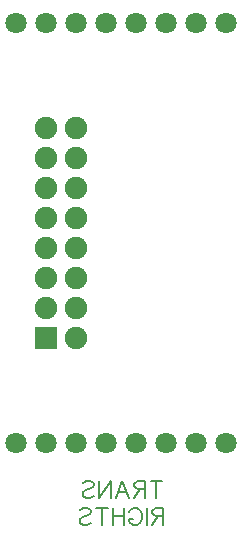
<source format=gbs>
G04 Layer: BottomSolderMaskLayer*
G04 EasyEDA v6.5.22, 2023-04-16 14:26:35*
G04 bb8b18280e224fb8820cbfc46fcd3399,5a6b42c53f6a479593ecc07194224c93,10*
G04 Gerber Generator version 0.2*
G04 Scale: 100 percent, Rotated: No, Reflected: No *
G04 Dimensions in millimeters *
G04 leading zeros omitted , absolute positions ,4 integer and 5 decimal *
%FSLAX45Y45*%
%MOMM*%

%AMMACRO1*1,1,$1,$2,$3*1,1,$1,$4,$5*1,1,$1,0-$2,0-$3*1,1,$1,0-$4,0-$5*20,1,$1,$2,$3,$4,$5,0*20,1,$1,$4,$5,0-$2,0-$3,0*20,1,$1,0-$2,0-$3,0-$4,0-$5,0*20,1,$1,0-$4,0-$5,$2,$3,0*4,1,4,$2,$3,$4,$5,0-$2,0-$3,0-$4,0-$5,$2,$3,0*%
%ADD10C,0.2032*%
%ADD11MACRO1,0.1016X0.9X-0.9X0.9X0.9*%
%ADD12C,1.9016*%
%ADD13C,1.8016*%

%LPD*%
D10*
X1358900Y7707863D02*
G01*
X1358900Y7564681D01*
X1358900Y7707863D02*
G01*
X1297536Y7707863D01*
X1277081Y7701046D01*
X1270264Y7694226D01*
X1263444Y7680591D01*
X1263444Y7666954D01*
X1270264Y7653317D01*
X1277081Y7646499D01*
X1297536Y7639682D01*
X1358900Y7639682D01*
X1311173Y7639682D02*
G01*
X1263444Y7564681D01*
X1218445Y7707863D02*
G01*
X1218445Y7564681D01*
X1071173Y7673771D02*
G01*
X1077991Y7687409D01*
X1091628Y7701046D01*
X1105263Y7707863D01*
X1132535Y7707863D01*
X1146172Y7701046D01*
X1159809Y7687409D01*
X1166627Y7673771D01*
X1173444Y7653317D01*
X1173444Y7619227D01*
X1166627Y7598773D01*
X1159809Y7585135D01*
X1146172Y7571501D01*
X1132535Y7564681D01*
X1105263Y7564681D01*
X1091628Y7571501D01*
X1077991Y7585135D01*
X1071173Y7598773D01*
X1071173Y7619227D01*
X1105263Y7619227D02*
G01*
X1071173Y7619227D01*
X1026172Y7707863D02*
G01*
X1026172Y7564681D01*
X930716Y7707863D02*
G01*
X930716Y7564681D01*
X1026172Y7639682D02*
G01*
X930716Y7639682D01*
X837991Y7707863D02*
G01*
X837991Y7564681D01*
X885718Y7707863D02*
G01*
X790262Y7707863D01*
X649808Y7687409D02*
G01*
X663445Y7701046D01*
X683900Y7707863D01*
X711172Y7707863D01*
X731626Y7701046D01*
X745263Y7687409D01*
X745263Y7673771D01*
X738446Y7660137D01*
X731626Y7653317D01*
X717991Y7646499D01*
X677082Y7632862D01*
X663445Y7626045D01*
X656628Y7619227D01*
X649808Y7605590D01*
X649808Y7585135D01*
X663445Y7571501D01*
X683900Y7564681D01*
X711172Y7564681D01*
X731626Y7571501D01*
X745263Y7585135D01*
X1298473Y7936463D02*
G01*
X1298473Y7793281D01*
X1346200Y7936463D02*
G01*
X1250744Y7936463D01*
X1205745Y7936463D02*
G01*
X1205745Y7793281D01*
X1205745Y7936463D02*
G01*
X1144381Y7936463D01*
X1123927Y7929646D01*
X1117109Y7922826D01*
X1110289Y7909191D01*
X1110289Y7895554D01*
X1117109Y7881917D01*
X1123927Y7875099D01*
X1144381Y7868282D01*
X1205745Y7868282D01*
X1158019Y7868282D02*
G01*
X1110289Y7793281D01*
X1010744Y7936463D02*
G01*
X1065291Y7793281D01*
X1010744Y7936463D02*
G01*
X956200Y7793281D01*
X1044836Y7841007D02*
G01*
X976655Y7841007D01*
X911199Y7936463D02*
G01*
X911199Y7793281D01*
X911199Y7936463D02*
G01*
X815746Y7793281D01*
X815746Y7936463D02*
G01*
X815746Y7793281D01*
X675292Y7916009D02*
G01*
X688926Y7929646D01*
X709381Y7936463D01*
X736653Y7936463D01*
X757107Y7929646D01*
X770745Y7916009D01*
X770745Y7902371D01*
X763927Y7888737D01*
X757107Y7881917D01*
X743473Y7875099D01*
X702563Y7861462D01*
X688926Y7854645D01*
X682109Y7847827D01*
X675292Y7834190D01*
X675292Y7813735D01*
X688926Y7800101D01*
X709381Y7793281D01*
X736653Y7793281D01*
X757107Y7800101D01*
X770745Y7813735D01*
D11*
G01*
X368300Y9144000D03*
D12*
G01*
X622300Y9144000D03*
G01*
X368300Y9398000D03*
G01*
X622300Y9398000D03*
G01*
X368300Y9652000D03*
G01*
X622300Y9652000D03*
G01*
X368300Y9906000D03*
G01*
X622300Y9906000D03*
G01*
X368300Y10160000D03*
G01*
X622300Y10160000D03*
G01*
X368300Y10414000D03*
G01*
X622300Y10414000D03*
G01*
X368300Y10668000D03*
G01*
X622300Y10668000D03*
G01*
X368300Y10922000D03*
G01*
X622300Y10922000D03*
D13*
G01*
X1130300Y11811000D03*
G01*
X1892300Y11811000D03*
G01*
X1638300Y11811000D03*
G01*
X1384300Y11811000D03*
G01*
X1130300Y8255000D03*
G01*
X1892300Y8255000D03*
G01*
X1638300Y8255000D03*
G01*
X1384300Y8255000D03*
G01*
X114300Y8255000D03*
G01*
X876300Y8255000D03*
G01*
X622300Y8255000D03*
G01*
X368300Y8255000D03*
G01*
X114300Y11811000D03*
G01*
X876300Y11811000D03*
G01*
X622300Y11811000D03*
G01*
X368300Y11811000D03*
M02*

</source>
